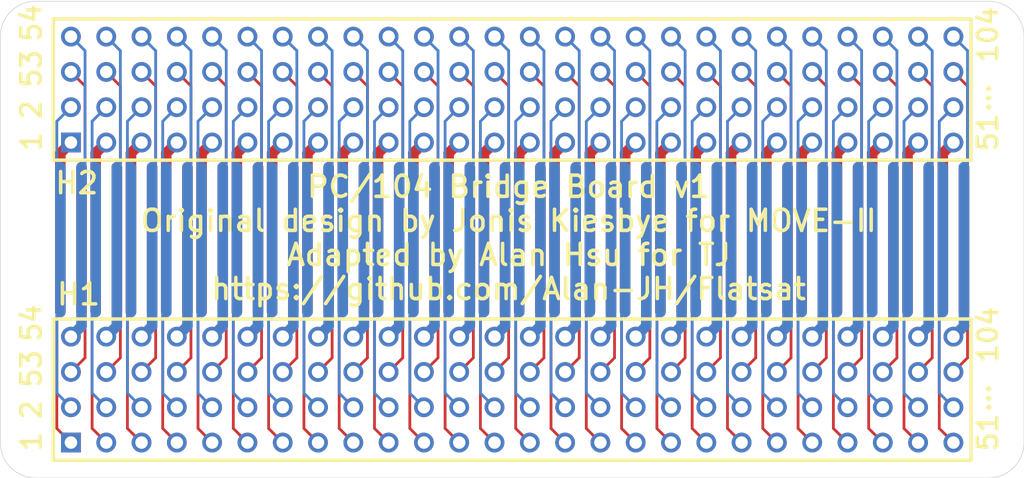
<source format=kicad_pcb>
(kicad_pcb (version 20211014) (generator pcbnew)
  (layers (0 "F.Cu" signal "Top Layer") (31 "B.Cu" signal "Bottom Layer") (34 "B.Paste" user "Bottom Paste") (35 "F.Paste" user "Top Paste") (36 "B.SilkS" user "Bottom Overlay") (37 "F.SilkS" user "Top Overlay") (38 "B.Mask" user "Bottom Solder") (39 "F.Mask" user "Top Solder") (44 "Edge.Cuts" user))
  (net 0 "")
  (net 1 "TRACE1")
  (net 2 "TRACE2")
  (net 3 "TRACE3")
  (net 4 "TRACE4")
  (net 5 "TRACE5")
  (net 6 "TRACE6")
  (net 7 "TRACE7")
  (net 8 "TRACE8")
  (net 9 "TRACE9")
  (net 10 "TRACE10")
  (net 11 "TRACE11")
  (net 12 "TRACE12")
  (net 13 "TRACE13")
  (net 14 "TRACE14")
  (net 15 "TRACE15")
  (net 16 "TRACE16")
  (net 17 "TRACE17")
  (net 18 "TRACE18")
  (net 19 "TRACE19")
  (net 20 "TRACE20")
  (net 21 "TRACE21")
  (net 22 "TRACE22")
  (net 23 "TRACE23")
  (net 24 "TRACE24")
  (net 25 "TRACE25")
  (net 26 "TRACE26")
  (net 27 "TRACE27")
  (net 28 "TRACE28")
  (net 29 "TRACE29")
  (net 30 "TRACE30")
  (net 31 "TRACE31")
  (net 32 "TRACE32")
  (net 33 "TRACE33")
  (net 34 "TRACE34")
  (net 35 "TRACE35")
  (net 36 "TRACE36")
  (net 37 "TRACE37")
  (net 38 "TRACE38")
  (net 39 "TRACE39")
  (net 40 "TRACE40")
  (net 41 "TRACE41")
  (net 42 "TRACE42")
  (net 43 "TRACE43")
  (net 44 "TRACE44")
  (net 45 "TRACE45")
  (net 46 "TRACE46")
  (net 47 "TRACE47")
  (net 48 "TRACE48")
  (net 49 "TRACE49")
  (net 50 "TRACE50")
  (net 51 "TRACE51")
  (net 52 "TRACE52")
  (net 53 "TRACE53")
  (net 54 "TRACE54")
  (net 55 "TRACE55")
  (net 56 "TRACE56")
  (net 57 "TRACE57")
  (net 58 "TRACE58")
  (net 59 "TRACE59")
  (net 60 "TRACE60")
  (net 61 "TRACE61")
  (net 62 "TRACE62")
  (net 63 "TRACE63")
  (net 64 "TRACE64")
  (net 65 "TRACE65")
  (net 66 "TRACE66")
  (net 67 "TRACE67")
  (net 68 "TRACE68")
  (net 69 "TRACE69")
  (net 70 "TRACE70")
  (net 71 "TRACE71")
  (net 72 "TRACE72")
  (net 73 "TRACE73")
  (net 74 "TRACE74")
  (net 75 "TRACE75")
  (net 76 "TRACE76")
  (net 77 "TRACE77")
  (net 78 "TRACE78")
  (net 79 "TRACE79")
  (net 80 "TRACE80")
  (net 81 "TRACE81")
  (net 82 "TRACE82")
  (net 83 "TRACE83")
  (net 84 "TRACE84")
  (net 85 "TRACE85")
  (net 86 "TRACE86")
  (net 87 "TRACE87")
  (net 88 "TRACE88")
  (net 89 "TRACE89")
  (net 90 "TRACE90")
  (net 91 "TRACE91")
  (net 92 "TRACE92")
  (net 93 "TRACE93")
  (net 94 "TRACE94")
  (net 95 "TRACE95")
  (net 96 "TRACE96")
  (net 97 "TRACE97")
  (net 98 "TRACE98")
  (net 99 "TRACE99")
  (net 100 "TRACE100")
  (net 101 "TRACE101")
  (net 102 "TRACE102")
  (net 103 "TRACE103")
  (net 104 "TRACE104")
  (footprint "PC104_singleHeader_footprint.PcbLib:PC104" (layer "F.Cu") (at 116.7511 98.0186)
    (fp_text reference "H2")
    (fp_text value "MOVE-II PC104" hide)
  )
  (footprint "PC104_singleHeader_footprint.PcbLib:PC104" (layer "F.Cu") (at 116.7511 119.6086)
    (fp_text reference "H1")
    (fp_text value "MOVE-II PC104" hide)
  )
  (gr_line (start 185.331097 90.398601) (end 185.3311 90.3986) (layer "Edge.Cuts") (width 0.05))
  (gr_line (start 116.7511 122.1486) (end 114.211097 122.1486) (layer "Edge.Cuts") (width 0.05))
  (gr_line (start 182.791103 122.1486) (end 119.2911 122.1486) (layer "Edge.Cuts") (width 0.05))
  (gr_line (start 185.3311 90.3986) (end 185.331098 119.608601) (layer "Edge.Cuts") (width 0.05))
  (gr_arc (start 185.331098 119.608601) (mid 184.587178 121.404678) (end 182.791102 122.1486) (layer "Edge.Cuts") (width 0.05))
  (gr_arc (start 114.211097 122.1486) (mid 112.415049 121.404651) (end 111.6711 119.608603) (layer "Edge.Cuts") (width 0.05))
  (gr_arc (start 182.791098 87.858603) (mid 184.587149 88.602551) (end 185.331097 90.398601) (layer "Edge.Cuts") (width 0.05))
  (gr_line (start 116.7511 87.8586) (end 149.7711 87.8586) (layer "Edge.Cuts") (width 0.05))
  (gr_line (start 111.6711 119.608603) (end 111.6711 119.6086) (layer "Edge.Cuts") (width 0.05))
  (gr_line (start 119.2911 122.1486) (end 116.7511 122.1486) (layer "Edge.Cuts") (width 0.05))
  (gr_line (start 111.6711 119.6086) (end 111.6711 90.398601) (layer "Edge.Cuts") (width 0.05))
  (gr_line (start 182.791102 122.1486) (end 182.791103 122.1486) (layer "Edge.Cuts") (width 0.05))
  (gr_line (start 149.7711 87.8586) (end 182.791098 87.858603) (layer "Edge.Cuts") (width 0.05))
  (gr_line (start 114.2111 87.8586) (end 116.7511 87.8586) (layer "Edge.Cuts") (width 0.05))
  (gr_line (start 114.211098 87.858603) (end 114.2111 87.8586) (layer "Edge.Cuts") (width 0.05))
  (gr_arc (start 111.6711 90.398601) (mid 112.415048 88.60255) (end 114.211098 87.858603) (layer "Edge.Cuts") (width 0.05))
  (gr_text "1" (at 114.7191 98.7806 90) (layer "F.SilkS") (effects (font (size 1.397 1.397) (thickness 0.254)) (justify left bottom)))
  (gr_text "2" (at 114.7191 118.0846 90) (layer "F.SilkS") (effects (font (size 1.397 1.397) (thickness 0.254)) (justify left bottom)))
  (gr_text "2" (at 114.7191 96.4946 90) (layer "F.SilkS") (effects (font (size 1.397 1.397) (thickness 0.254)) (justify left bottom)))
  (gr_text "51" (at 183.5531 120.3706 90) (layer "F.SilkS") (effects (font (size 1.397 1.397) (thickness 0.254)) (justify left bottom)))
  (gr_text "1" (at 114.7191 120.3706 90) (layer "F.SilkS") (effects (font (size 1.397 1.397) (thickness 0.254)) (justify left bottom)))
  (gr_text "104" (at 183.5531 92.4306 90) (layer "F.SilkS") (effects (font (size 1.397 1.397) (thickness 0.254)) (justify left bottom)))
  (gr_text "53" (at 114.7191 94.2086 90) (layer "F.SilkS") (effects (font (size 1.397 1.397) (thickness 0.254)) (justify left bottom)))
  (gr_text "51" (at 183.5531 98.7806 90) (layer "F.SilkS") (effects (font (size 1.397 1.397) (thickness 0.254)) (justify left bottom)))
  (gr_text "54" (at 114.7191 112.4966 90) (layer "F.SilkS") (effects (font (size 1.397 1.397) (thickness 0.254)) (justify left bottom)))
  (gr_text "..." (at 183.0451 95.9866 90) (layer "F.SilkS") (effects (font (size 1.397 1.397) (thickness 0.254)) (justify left bottom)))
  (gr_text "PC/104 Bridge Board v1\nOriginal design by Jonis Kiesbye for MOVE-II\nAdapted by Alan Hsu for TJ\nhttps://github.com/Alan-JH/Flatsat" (at 148.2471 104.8766) (layer "F.SilkS") (effects (font (size 1.524 1.524) (thickness 0.254))))
  (gr_text "104" (at 183.5531 114.0206 90) (layer "F.SilkS") (effects (font (size 1.397 1.397) (thickness 0.254)) (justify left bottom)))
  (gr_text "54" (at 114.7191 90.9066 90) (layer "F.SilkS") (effects (font (size 1.397 1.397) (thickness 0.254)) (justify left bottom)))
  (gr_text "53" (at 114.7191 115.7986 90) (layer "F.SilkS") (effects (font (size 1.397 1.397) (thickness 0.254)) (justify left bottom)))
  (gr_text "..." (at 183.0451 117.5766 90) (layer "F.SilkS") (effects (font (size 1.397 1.397) (thickness 0.254)) (justify left bottom)))
  (segment (start 115.9891 110.2106) (end 115.9891 98.7806) (width 0.762) (layer "F.Cu") (net 1))
  (segment (start 115.9891 98.7806) (end 116.7511 98.0186) (width 0.762) (layer "F.Cu") (net 1))
  (segment (start 115.7351 110.4646) (end 115.9891 110.2106) (width 0.2) (layer "F.Cu") (net 1))
  (segment (start 115.7351 118.5926) (end 116.7511 119.6086) (width 0.2) (layer "F.Cu") (net 1))
  (segment (start 115.7351 118.5926) (end 115.7351 110.4646) (width 0.2) (layer "F.Cu") (net 1))
  (segment (start 118.2751 110.4646) (end 118.5291 110.2106) (width 0.2) (layer "F.Cu") (net 2))
  (segment (start 118.5291 110.2106) (end 118.5291 98.7806) (width 0.762) (layer "F.Cu") (net 2))
  (segment (start 118.2751 118.5926) (end 119.2911 119.6086) (width 0.2) (layer "F.Cu") (net 2))
  (segment (start 118.5291 98.7806) (end 119.2911 98.0186) (width 0.762) (layer "F.Cu") (net 2))
  (segment (start 118.2751 118.5926) (end 118.2751 110.4646) (width 0.2) (layer "F.Cu") (net 2))
  (segment (start 120.8151 118.5926) (end 120.8151 110.4646) (width 0.2) (layer "F.Cu") (net 3))
  (segment (start 121.0691 98.7806) (end 121.8311 98.0186) (width 0.762) (layer "F.Cu") (net 3))
  (segment (start 120.8151 118.5926) (end 121.8311 119.6086) (width 0.2) (layer "F.Cu") (net 3))
  (segment (start 121.0691 110.2106) (end 121.0691 98.7806) (width 0.762) (layer "F.Cu") (net 3))
  (segment (start 120.8151 110.4646) (end 121.0691 110.2106) (width 0.2) (layer "F.Cu") (net 3))
  (segment (start 123.3551 118.5926) (end 123.3551 110.4646) (width 0.2) (layer "F.Cu") (net 4))
  (segment (start 123.6091 110.2106) (end 123.6091 98.7806) (width 0.762) (layer "F.Cu") (net 4))
  (segment (start 123.3551 118.5926) (end 124.3711 119.6086) (width 0.2) (layer "F.Cu") (net 4))
  (segment (start 123.6091 98.7806) (end 124.3711 98.0186) (width 0.762) (layer "F.Cu") (net 4))
  (segment (start 123.3551 110.4646) (end 123.6091 110.2106) (width 0.2) (layer "F.Cu") (net 4))
  (segment (start 126.1491 98.7806) (end 126.9111 98.0186) (width 0.762) (layer "F.Cu") (net 5))
  (segment (start 125.8951 110.4646) (end 126.1491 110.2106) (width 0.2) (layer "F.Cu") (net 5))
  (segment (start 125.8951 118.5926) (end 125.8951 110.4646) (width 0.2) (layer "F.Cu") (net 5))
  (segment (start 126.1491 110.2106) (end 126.1491 98.7806) (width 0.762) (layer "F.Cu") (net 5))
  (segment (start 125.8951 118.5926) (end 126.9111 119.6086) (width 0.2) (layer "F.Cu") (net 5))
  (segment (start 128.4351 110.4646) (end 128.6891 110.2106) (width 0.2) (layer "F.Cu") (net 6))
  (segment (start 128.6891 110.2106) (end 128.6891 98.7806) (width 0.762) (layer "F.Cu") (net 6))
  (segment (start 128.4351 118.5926) (end 128.4351 110.4646) (width 0.2) (layer "F.Cu") (net 6))
  (segment (start 128.4351 118.5926) (end 129.4511 119.6086) (width 0.2) (layer "F.Cu") (net 6))
  (segment (start 128.6891 98.7806) (end 129.4511 98.0186) (width 0.762) (layer "F.Cu") (net 6))
  (segment (start 130.9751 118.5926) (end 130.9751 110.4646) (width 0.2) (layer "F.Cu") (net 7))
  (segment (start 130.9751 110.4646) (end 131.2291 110.2106) (width 0.2) (layer "F.Cu") (net 7))
  (segment (start 130.9751 118.5926) (end 131.9911 119.6086) (width 0.2) (layer "F.Cu") (net 7))
  (segment (start 131.2291 98.7806) (end 131.9911 98.0186) (width 0.762) (layer "F.Cu") (net 7))
  (segment (start 131.2291 110.2106) (end 131.2291 98.7806) (width 0.762) (layer "F.Cu") (net 7))
  (segment (start 133.7691 98.7806) (end 134.5311 98.0186) (width 0.762) (layer "F.Cu") (net 8))
  (segment (start 133.5151 110.4646) (end 133.7691 110.2106) (width 0.2) (layer "F.Cu") (net 8))
  (segment (start 133.5151 118.5926) (end 133.5151 110.4646) (width 0.2) (layer "F.Cu") (net 8))
  (segment (start 133.5151 118.5926) (end 134.5311 119.6086) (width 0.2) (layer "F.Cu") (net 8))
  (segment (start 133.7691 110.2106) (end 133.7691 98.7806) (width 0.762) (layer "F.Cu") (net 8))
  (segment (start 136.0551 118.5926) (end 136.0551 110.4646) (width 0.2) (layer "F.Cu") (net 9))
  (segment (start 136.3091 110.2106) (end 136.3091 98.7806) (width 0.762) (layer "F.Cu") (net 9))
  (segment (start 136.0551 110.4646) (end 136.3091 110.2106) (width 0.2) (layer "F.Cu") (net 9))
  (segment (start 136.3091 98.7806) (end 137.0711 98.0186) (width 0.762) (layer "F.Cu") (net 9))
  (segment (start 136.0551 118.5926) (end 137.0711 119.6086) (width 0.2) (layer "F.Cu") (net 9))
  (segment (start 138.8491 110.2106) (end 138.8491 98.7806) (width 0.762) (layer "F.Cu") (net 10))
  (segment (start 138.5951 118.5926) (end 138.5951 110.4646) (width 0.2) (layer "F.Cu") (net 10))
  (segment (start 138.5951 110.4646) (end 138.8491 110.2106) (width 0.2) (layer "F.Cu") (net 10))
  (segment (start 138.8491 98.7806) (end 139.6111 98.0186) (width 0.762) (layer "F.Cu") (net 10))
  (segment (start 138.5951 118.5926) (end 139.6111 119.6086) (width 0.2) (layer "F.Cu") (net 10))
  (segment (start 141.1351 118.5926) (end 141.1351 110.4646) (width 0.2) (layer "F.Cu") (net 11))
  (segment (start 141.3891 98.7806) (end 142.1511 98.0186) (width 0.762) (layer "F.Cu") (net 11))
  (segment (start 141.1351 110.4646) (end 141.3891 110.2106) (width 0.2) (layer "F.Cu") (net 11))
  (segment (start 141.3891 110.2106) (end 141.3891 98.7806) (width 0.762) (layer "F.Cu") (net 11))
  (segment (start 141.1351 118.5926) (end 142.1511 119.6086) (width 0.2) (layer "F.Cu") (net 11))
  (segment (start 143.9291 110.2106) (end 143.9291 98.7806) (width 0.762) (layer "F.Cu") (net 12))
  (segment (start 143.6751 118.5926) (end 144.6911 119.6086) (width 0.2) (layer "F.Cu") (net 12))
  (segment (start 143.6751 110.4646) (end 143.9291 110.2106) (width 0.2) (layer "F.Cu") (net 12))
  (segment (start 143.6751 118.5926) (end 143.6751 110.4646) (width 0.2) (layer "F.Cu") (net 12))
  (segment (start 143.9291 98.7806) (end 144.6911 98.0186) (width 0.762) (layer "F.Cu") (net 12))
  (segment (start 146.2151 118.5926) (end 147.2311 119.6086) (width 0.2) (layer "F.Cu") (net 13))
  (segment (start 146.2151 110.4646) (end 146.4691 110.2106) (width 0.2) (layer "F.Cu") (net 13))
  (segment (start 146.2151 118.5926) (end 146.2151 110.4646) (width 0.2) (layer "F.Cu") (net 13))
  (segment (start 146.4691 110.2106) (end 146.4691 98.7806) (width 0.762) (layer "F.Cu") (net 13))
  (segment (start 146.4691 98.7806) (end 147.2311 98.0186) (width 0.762) (layer "F.Cu") (net 13))
  (segment (start 148.7551 118.5926) (end 148.7551 110.4646) (width 0.2) (layer "F.Cu") (net 14))
  (segment (start 149.0091 110.2106) (end 149.0091 98.7806) (width 0.762) (layer "F.Cu") (net 14))
  (segment (start 149.0091 98.7806) (end 149.7711 98.0186) (width 0.762) (layer "F.Cu") (net 14))
  (segment (start 148.7551 110.4646) (end 149.0091 110.2106) (width 0.2) (layer "F.Cu") (net 14))
  (segment (start 148.7551 118.5926) (end 149.7711 119.6086) (width 0.2) (layer "F.Cu") (net 14))
  (segment (start 151.2951 118.5926) (end 151.2951 110.4646) (width 0.2) (layer "F.Cu") (net 15))
  (segment (start 151.5491 110.2106) (end 151.5491 98.7806) (width 0.762) (layer "F.Cu") (net 15))
  (segment (start 151.2951 110.4646) (end 151.5491 110.2106) (width 0.2) (layer "F.Cu") (net 15))
  (segment (start 151.2951 118.5926) (end 152.3111 119.6086) (width 0.2) (layer "F.Cu") (net 15))
  (segment (start 151.5491 98.7806) (end 152.3111 98.0186) (width 0.762) (layer "F.Cu") (net 15))
  (segment (start 153.8351 118.5926) (end 154.8511 119.6086) (width 0.2) (layer "F.Cu") (net 16))
  (segment (start 154.0891 110.2106) (end 154.0891 98.7806) (width 0.762) (layer "F.Cu") (net 16))
  (segment (start 153.8351 118.5926) (end 153.8351 110.4646) (width 0.2) (layer "F.Cu") (net 16))
  (segment (start 153.8351 110.4646) (end 154.0891 110.2106) (width 0.2) (layer "F.Cu") (net 16))
  (segment (start 154.0891 98.7806) (end 154.8511 98.0186) (width 0.762) (layer "F.Cu") (net 16))
  (segment (start 156.3751 118.5926) (end 156.3751 110.4646) (width 0.2) (layer "F.Cu") (net 17))
  (segment (start 156.6291 110.2106) (end 156.6291 98.7806) (width 0.762) (layer "F.Cu") (net 17))
  (segment (start 156.6291 98.7806) (end 157.3911 98.0186) (width 0.762) (layer "F.Cu") (net 17))
  (segment (start 156.3751 110.4646) (end 156.6291 110.2106) (width 0.2) (layer "F.Cu") (net 17))
  (segment (start 156.3751 118.5926) (end 157.3911 119.6086) (width 0.2) (layer "F.Cu") (net 17))
  (segment (start 159.1691 98.7806) (end 159.9311 98.0186) (width 0.762) (layer "F.Cu") (net 18))
  (segment (start 158.9151 110.4646) (end 159.1691 110.2106) (width 0.2) (layer "F.Cu") (net 18))
  (segment (start 159.1691 110.2106) (end 159.1691 98.7806) (width 0.762) (layer "F.Cu") (net 18))
  (segment (start 158.9151 118.5926) (end 159.9311 119.6086) (width 0.2) (layer "F.Cu") (net 18))
  (segment (start 158.9151 118.5926) (end 158.9151 110.4646) (width 0.2) (layer "F.Cu") (net 18))
  (segment (start 161.7091 110.2106) (end 161.7091 98.7806) (width 0.762) (layer "F.Cu") (net 19))
  (segment (start 161.4551 118.5926) (end 161.4551 110.4646) (width 0.2) (layer "F.Cu") (net 19))
  (segment (start 161.4551 118.5926) (end 162.4711 119.6086) (width 0.2) (layer "F.Cu") (net 19))
  (segment (start 161.4551 110.4646) (end 161.7091 110.2106) (width 0.2) (layer "F.Cu") (net 19))
  (segment (start 161.7091 98.7806) (end 162.4711 98.0186) (width 0.762) (layer "F.Cu") (net 19))
  (segment (start 164.2491 98.7806) (end 165.0111 98.0186) (width 0.762) (layer "F.Cu") (net 20))
  (segment (start 164.2491 110.2106) (end 164.2491 98.7806) (width 0.762) (layer "F.Cu") (net 20))
  (segment (start 163.9951 118.5926) (end 163.9951 110.4646) (width 0.2) (layer "F.Cu") (net 20))
  (segment (start 163.9951 118.5926) (end 165.0111 119.6086) (width 0.2) (layer "F.Cu") (net 20))
  (segment (start 163.9951 110.4646) (end 164.2491 110.2106) (width 0.2) (layer "F.Cu") (net 20))
  (segment (start 166.7891 98.7806) (end 167.5511 98.0186) (width 0.762) (layer "F.Cu") (net 21))
  (segment (start 166.5351 118.5926) (end 166.5351 110.4646) (width 0.2) (layer "F.Cu") (net 21))
  (segment (start 166.5351 110.4646) (end 166.7891 110.2106) (width 0.2) (layer "F.Cu") (net 21))
  (segment (start 166.7891 110.2106) (end 166.7891 98.7806) (width 0.762) (layer "F.Cu") (net 21))
  (segment (start 166.5351 118.5926) (end 167.5511 119.6086) (width 0.2) (layer "F.Cu") (net 21))
  (segment (start 169.3291 110.2106) (end 169.3291 98.7806) (width 0.762) (layer "F.Cu") (net 22))
  (segment (start 169.0751 110.4646) (end 169.3291 110.2106) (width 0.2) (layer "F.Cu") (net 22))
  (segment (start 169.0751 118.5926) (end 170.0911 119.6086) (width 0.2) (layer "F.Cu") (net 22))
  (segment (start 169.3291 98.7806) (end 170.0911 98.0186) (width 0.762) (layer "F.Cu") (net 22))
  (segment (start 169.0751 118.5926) (end 169.0751 110.4646) (width 0.2) (layer "F.Cu") (net 22))
  (segment (start 171.6151 110.4646) (end 171.8691 110.2106) (width 0.2) (layer "F.Cu") (net 23))
  (segment (start 171.6151 118.5926) (end 172.6311 119.6086) (width 0.2) (layer "F.Cu") (net 23))
  (segment (start 171.8691 110.2106) (end 171.8691 98.7806) (width 0.762) (layer "F.Cu") (net 23))
  (segment (start 171.6151 118.5926) (end 171.6151 110.4646) (width 0.2) (layer "F.Cu") (net 23))
  (segment (start 171.8691 98.7806) (end 172.6311 98.0186) (width 0.762) (layer "F.Cu") (net 23))
  (segment (start 174.4091 110.2106) (end 174.4091 98.7806) (width 0.762) (layer "F.Cu") (net 24))
  (segment (start 174.1551 118.5926) (end 175.1711 119.6086) (width 0.2) (layer "F.Cu") (net 24))
  (segment (start 174.4091 98.7806) (end 175.1711 98.0186) (width 0.762) (layer "F.Cu") (net 24))
  (segment (start 174.1551 118.5926) (end 174.1551 110.4646) (width 0.2) (layer "F.Cu") (net 24))
  (segment (start 174.1551 110.4646) (end 174.4091 110.2106) (width 0.2) (layer "F.Cu") (net 24))
  (segment (start 176.6951 118.5926) (end 176.6951 110.4646) (width 0.2) (layer "F.Cu") (net 25))
  (segment (start 176.6951 118.5926) (end 177.7111 119.6086) (width 0.2) (layer "F.Cu") (net 25))
  (segment (start 176.9491 110.2106) (end 176.9491 98.7806) (width 0.762) (layer "F.Cu") (net 25))
  (segment (start 176.9491 98.7806) (end 177.7111 98.0186) (width 0.762) (layer "F.Cu") (net 25))
  (segment (start 176.6951 110.4646) (end 176.9491 110.2106) (width 0.2) (layer "F.Cu") (net 25))
  (segment (start 179.4891 98.7806) (end 180.2511 98.0186) (width 0.762) (layer "F.Cu") (net 26))
  (segment (start 179.2351 118.5926) (end 179.2351 110.4646) (width 0.2) (layer "F.Cu") (net 26))
  (segment (start 179.2351 118.5926) (end 180.2511 119.6086) (width 0.2) (layer "F.Cu") (net 26))
  (segment (start 179.4891 110.2106) (end 179.4891 98.7806) (width 0.762) (layer "F.Cu") (net 26))
  (segment (start 179.2351 110.4646) (end 179.4891 110.2106) (width 0.2) (layer "F.Cu") (net 26))
  (segment (start 115.9891 110.2106) (end 115.9891 99.7966) (width 0.762) (layer "B.Cu") (net 27))
  (segment (start 115.7351 116.0526) (end 116.7511 117.0686) (width 0.2) (layer "B.Cu") (net 27))
  (segment (start 115.7351 116.0526) (end 115.7351 110.4646) (width 0.2) (layer "B.Cu") (net 27))
  (segment (start 115.7351 96.4946) (end 116.7511 95.4786) (width 0.2) (layer "B.Cu") (net 27))
  (segment (start 115.7351 99.5426) (end 115.9891 99.7966) (width 0.2) (layer "B.Cu") (net 27))
  (segment (start 115.7351 99.5426) (end 115.7351 96.4946) (width 0.2) (layer "B.Cu") (net 27))
  (segment (start 115.7351 110.4646) (end 115.9891 110.2106) (width 0.2) (layer "B.Cu") (net 27))
  (segment (start 118.2751 99.5426) (end 118.2751 96.4946) (width 0.2) (layer "B.Cu") (net 28))
  (segment (start 118.2751 116.0526) (end 119.2911 117.0686) (width 0.2) (layer "B.Cu") (net 28))
  (segment (start 118.2751 116.0526) (end 118.2751 110.4646) (width 0.2) (layer "B.Cu") (net 28))
  (segment (start 118.2751 96.4946) (end 119.2911 95.4786) (width 0.2) (layer "B.Cu") (net 28))
  (segment (start 118.5291 110.2106) (end 118.5291 99.7966) (width 0.762) (layer "B.Cu") (net 28))
  (segment (start 118.2751 110.4646) (end 118.5291 110.2106) (width 0.2) (layer "B.Cu") (net 28))
  (segment (start 118.2751 99.5426) (end 118.5291 99.7966) (width 0.2) (layer "B.Cu") (net 28))
  (segment (start 120.8151 110.4646) (end 121.0691 110.2106) (width 0.2) (layer "B.Cu") (net 29))
  (segment (start 120.8151 99.5426) (end 120.8151 96.4946) (width 0.2) (layer "B.Cu") (net 29))
  (segment (start 120.8151 99.5426) (end 121.0691 99.7966) (width 0.2) (layer "B.Cu") (net 29))
  (segment (start 121.0691 110.2106) (end 121.0691 99.7966) (width 0.762) (layer "B.Cu") (net 29))
  (segment (start 120.8151 116.0526) (end 120.8151 110.4646) (width 0.2) (layer "B.Cu") (net 29))
  (segment (start 120.8151 96.4946) (end 121.8311 95.4786) (width 0.2) (layer "B.Cu") (net 29))
  (segment (start 120.8151 116.0526) (end 121.8311 117.0686) (width 0.2) (layer "B.Cu") (net 29))
  (segment (start 123.3551 99.5426) (end 123.3551 96.4946) (width 0.2) (layer "B.Cu") (net 30))
  (segment (start 123.3551 116.0526) (end 124.3711 117.0686) (width 0.2) (layer "B.Cu") (net 30))
  (segment (start 123.3551 96.4946) (end 124.3711 95.4786) (width 0.2) (layer "B.Cu") (net 30))
  (segment (start 123.6091 110.2106) (end 123.6091 99.7966) (width 0.762) (layer "B.Cu") (net 30))
  (segment (start 123.3551 99.5426) (end 123.6091 99.7966) (width 0.2) (layer "B.Cu") (net 30))
  (segment (start 123.3551 110.4646) (end 123.6091 110.2106) (width 0.2) (layer "B.Cu") (net 30))
  (segment (start 123.3551 116.0526) (end 123.3551 110.4646) (width 0.2) (layer "B.Cu") (net 30))
  (segment (start 125.8951 99.5426) (end 126.1491 99.7966) (width 0.2) (layer "B.Cu") (net 31))
  (segment (start 125.8951 116.0526) (end 126.9111 117.0686) (width 0.2) (layer "B.Cu") (net 31))
  (segment (start 125.8951 110.4646) (end 126.1491 110.2106) (width 0.2) (layer "B.Cu") (net 31))
  (segment (start 125.8951 116.0526) (end 125.8951 110.4646) (width 0.2) (layer "B.Cu") (net 31))
  (segment (start 125.8951 99.5426) (end 125.8951 96.4946) (width 0.2) (layer "B.Cu") (net 31))
  (segment (start 126.1491 110.2106) (end 126.1491 99.7966) (width 0.762) (layer "B.Cu") (net 31))
  (segment (start 125.8951 96.4946) (end 126.9111 95.4786) (width 0.2) (layer "B.Cu") (net 31))
  (segment (start 128.4351 99.5426) (end 128.4351 96.4946) (width 0.2) (layer "B.Cu") (net 32))
  (segment (start 128.4351 116.0526) (end 128.4351 110.4646) (width 0.2) (layer "B.Cu") (net 32))
  (segment (start 128.4351 99.5426) (end 128.6891 99.7966) (width 0.2) (layer "B.Cu") (net 32))
  (segment (start 128.4351 96.4946) (end 129.4511 95.4786) (width 0.2) (layer "B.Cu") (net 32))
  (segment (start 128.4351 110.4646) (end 128.6891 110.2106) (width 0.2) (layer "B.Cu") (net 32))
  (segment (start 128.6891 110.2106) (end 128.6891 99.7966) (width 0.762) (layer "B.Cu") (net 32))
  (segment (start 128.4351 116.0526) (end 129.4511 117.0686) (width 0.2) (layer "B.Cu") (net 32))
  (segment (start 130.9751 116.0526) (end 131.9911 117.0686) (width 0.2) (layer "B.Cu") (net 33))
  (segment (start 130.9751 116.0526) (end 130.9751 110.4646) (width 0.2) (layer "B.Cu") (net 33))
  (segment (start 130.9751 96.4946) (end 131.9911 95.4786) (width 0.2) (layer "B.Cu") (net 33))
  (segment (start 131.2291 110.2106) (end 131.2291 99.7966) (width 0.762) (layer "B.Cu") (net 33))
  (segment (start 130.9751 99.5426) (end 131.2291 99.7966) (width 0.2) (layer "B.Cu") (net 33))
  (segment (start 130.9751 110.4646) (end 131.2291 110.2106) (width 0.2) (layer "B.Cu") (net 33))
  (segment (start 130.9751 99.5426) (end 130.9751 96.4946) (width 0.2) (layer "B.Cu") (net 33))
  (segment (start 133.5151 99.5426) (end 133.7691 99.7966) (width 0.2) (layer "B.Cu") (net 34))
  (segment (start 133.5151 110.4646) (end 133.7691 110.2106) (width 0.2) (layer "B.Cu") (net 34))
  (segment (start 133.7691 110.2106) (end 133.7691 99.7966) (width 0.762) (layer "B.Cu") (net 34))
  (segment (start 133.5151 116.0526) (end 134.5311 117.0686) (width 0.2) (layer "B.Cu") (net 34))
  (segment (start 133.5151 116.0526) (end 133.5151 110.4646) (width 0.2) (layer "B.Cu") (net 34))
  (segment (start 133.5151 99.5426) (end 133.5151 96.4946) (width 0.2) (layer "B.Cu") (net 34))
  (segment (start 133.5151 96.4946) (end 134.5311 95.4786) (width 0.2) (layer "B.Cu") (net 34))
  (segment (start 136.0551 99.5426) (end 136.3091 99.7966) (width 0.2) (layer "B.Cu") (net 35))
  (segment (start 136.0551 116.0526) (end 137.0711 117.0686) (width 0.2) (layer "B.Cu") (net 35))
  (segment (start 136.0551 110.4646) (end 136.3091 110.2106) (width 0.2) (layer "B.Cu") (net 35))
  (segment (start 136.0551 96.4946) (end 137.0711 95.4786) (width 0.2) (layer "B.Cu") (net 35))
  (segment (start 136.0551 116.0526) (end 136.0551 110.4646) (width 0.2) (layer "B.Cu") (net 35))
  (segment (start 136.3091 110.2106) (end 136.3091 99.7966) (width 0.762) (layer "B.Cu") (net 35))
  (segment (start 136.0551 99.5426) (end 136.0551 96.4946) (width 0.2) (layer "B.Cu") (net 35))
  (segment (start 138.5951 116.0526) (end 138.5951 110.4646) (width 0.2) (layer "B.Cu") (net 36))
  (segment (start 138.5951 96.4946) (end 139.6111 95.4786) (width 0.2) (layer "B.Cu") (net 36))
  (segment (start 138.5951 116.0526) (end 139.6111 117.0686) (width 0.2) (layer "B.Cu") (net 36))
  (segment (start 138.5951 99.5426) (end 138.8491 99.7966) (width 0.2) (layer "B.Cu") (net 36))
  (segment (start 138.5951 110.4646) (end 138.8491 110.2106) (width 0.2) (layer "B.Cu") (net 36))
  (segment (start 138.5951 99.5426) (end 138.5951 96.4946) (width 0.2) (layer "B.Cu") (net 36))
  (segment (start 138.8491 110.2106) (end 138.8491 99.7966) (width 0.762) (layer "B.Cu") (net 36))
  (segment (start 141.1351 116.0526) (end 142.1511 117.0686) (width 0.2) (layer "B.Cu") (net 37))
  (segment (start 141.3891 110.2106) (end 141.3891 99.7966) (width 0.762) (layer "B.Cu") (net 37))
  (segment (start 141.1351 116.0526) (end 141.1351 110.4646) (width 0.2) (layer "B.Cu") (net 37))
  (segment (start 141.1351 96.4946) (end 142.1511 95.4786) (width 0.2) (layer "B.Cu") (net 37))
  (segment (start 141.1351 99.5426) (end 141.1351 96.4946) (width 0.2) (layer "B.Cu") (net 37))
  (segment (start 141.1351 99.5426) (end 141.3891 99.7966) (width 0.2) (layer "B.Cu") (net 37))
  (segment (start 141.1351 110.4646) (end 141.3891 110.2106) (width 0.2) (layer "B.Cu") (net 37))
  (segment (start 143.6751 116.0526) (end 143.6751 110.4646) (width 0.2) (layer "B.Cu") (net 38))
  (segment (start 143.9291 110.2106) (end 143.9291 99.7966) (width 0.762) (layer "B.Cu") (net 38))
  (segment (start 143.6751 96.4946) (end 144.6911 95.4786) (width 0.2) (layer "B.Cu") (net 38))
  (segment (start 143.6751 99.5426) (end 143.6751 96.4946) (width 0.2) (layer "B.Cu") (net 38))
  (segment (start 143.6751 116.0526) (end 144.6911 117.0686) (width 0.2) (layer "B.Cu") (net 38))
  (segment (start 143.6751 99.5426) (end 143.9291 99.7966) (width 0.2) (layer "B.Cu") (net 38))
  (segment (start 143.6751 110.4646) (end 143.9291 110.2106) (width 0.2) (layer "B.Cu") (net 38))
  (segment (start 146.2151 110.4646) (end 146.4691 110.2106) (width 0.2) (layer "B.Cu") (net 39))
  (segment (start 146.4691 110.2106) (end 146.4691 99.7966) (width 0.762) (layer "B.Cu") (net 39))
  (segment (start 146.2151 116.0526) (end 146.2151 110.4646) (width 0.2) (layer "B.Cu") (net 39))
  (segment (start 146.2151 116.0526) (end 147.2311 117.0686) (width 0.2) (layer "B.Cu") (net 39))
  (segment (start 146.2151 96.4946) (end 147.2311 95.4786) (width 0.2) (layer "B.Cu") (net 39))
  (segment (start 146.2151 99.5426) (end 146.4691 99.7966) (width 0.2) (layer "B.Cu") (net 39))
  (segment (start 146.2151 99.5426) (end 146.2151 96.4946) (width 0.2) (layer "B.Cu") (net 39))
  (segment (start 148.7551 96.4946) (end 149.7711 95.4786) (width 0.2) (layer "B.Cu") (net 40))
  (segment (start 149.0091 110.2106) (end 149.0091 99.7966) (width 0.762) (layer "B.Cu") (net 40))
  (segment (start 148.7551 116.0526) (end 148.7551 110.4646) (width 0.2) (layer "B.Cu") (net 40))
  (segment (start 148.7551 110.4646) (end 149.0091 110.2106) (width 0.2) (layer "B.Cu") (net 40))
  (segment (start 148.7551 99.5426) (end 149.0091 99.7966) (width 0.2) (layer "B.Cu") (net 40))
  (segment (start 148.7551 99.5426) (end 148.7551 96.4946) (width 0.2) (layer "B.Cu") (net 40))
  (segment (start 148.7551 116.0526) (end 149.7711 117.0686) (width 0.2) (layer "B.Cu") (net 40))
  (segment (start 151.2951 96.4946) (end 152.3111 95.4786) (width 0.2) (layer "B.Cu") (net 41))
  (segment (start 151.2951 99.5426) (end 151.2951 96.4946) (width 0.2) (layer "B.Cu") (net 41))
  (segment (start 151.2951 110.4646) (end 151.5491 110.2106) (width 0.2) (layer "B.Cu") (net 41))
  (segment (start 151.2951 116.0526) (end 151.2951 110.4646) (width 0.2) (layer "B.Cu") (net 41))
  (segment (start 151.5491 110.2106) (end 151.5491 99.7966) (width 0.762) (layer "B.Cu") (net 41))
  (segment (start 151.2951 99.5426) (end 151.5491 99.7966) (width 0.2) (layer "B.Cu") (net 41))
  (segment (start 151.2951 116.0526) (end 152.3111 117.0686) (width 0.2) (layer "B.Cu") (net 41))
  (segment (start 153.8351 116.0526) (end 154.8511 117.0686) (width 0.2) (layer "B.Cu") (net 42))
  (segment (start 153.8351 116.0526) (end 153.8351 110.4646) (width 0.2) (layer "B.Cu") (net 42))
  (segment (start 154.0891 110.2106) (end 154.0891 99.7966) (width 0.762) (layer "B.Cu") (net 42))
  (segment (start 153.8351 99.5426) (end 154.0891 99.7966) (width 0.2) (layer "B.Cu") (net 42))
  (segment (start 153.8351 99.5426) (end 153.8351 96.4946) (width 0.2) (layer "B.Cu") (net 42))
  (segment (start 153.8351 96.4946) (end 154.8511 95.4786) (width 0.2) (layer "B.Cu") (net 42))
  (segment (start 153.8351 110.4646) (end 154.0891 110.2106) (width 0.2) (layer "B.Cu") (net 42))
  (segment (start 156.3751 116.0526) (end 157.3911 117.0686) (width 0.2) (layer "B.Cu") (net 43))
  (segment (start 156.3751 116.0526) (end 156.3751 110.4646) (width 0.2) (layer "B.Cu") (net 43))
  (segment (start 156.6291 110.2106) (end 156.6291 99.7966) (width 0.762) (layer "B.Cu") (net 43))
  (segment (start 156.3751 96.4946) (end 157.3911 95.4786) (width 0.2) (layer "B.Cu") (net 43))
  (segment (start 156.3751 110.4646) (end 156.6291 110.2106) (width 0.2) (layer "B.Cu") (net 43))
  (segment (start 156.3751 99.5426) (end 156.3751 96.4946) (width 0.2) (layer "B.Cu") (net 43))
  (segment (start 156.3751 99.5426) (end 156.6291 99.7966) (width 0.2) (layer "B.Cu") (net 43))
  (segment (start 158.9151 99.5426) (end 158.9151 96.4946) (width 0.2) (layer "B.Cu") (net 44))
  (segment (start 158.9151 116.0526) (end 159.9311 117.0686) (width 0.2) (layer "B.Cu") (net 44))
  (segment (start 158.9151 110.4646) (end 159.1691 110.2106) (width 0.2) (layer "B.Cu") (net 44))
  (segment (start 158.9151 96.4946) (end 159.9311 95.4786) (width 0.2) (layer "B.Cu") (net 44))
  (segment (start 158.9151 99.5426) (end 159.1691 99.7966) (width 0.2) (layer "B.Cu") (net 44))
  (segment (start 159.1691 110.2106) (end 159.1691 99.7966) (width 0.762) (layer "B.Cu") (net 44))
  (segment (start 158.9151 116.0526) (end 158.9151 110.4646) (width 0.2) (layer "B.Cu") (net 44))
  (segment (start 161.4551 110.4646) (end 161.7091 110.2106) (width 0.2) (layer "B.Cu") (net 45))
  (segment (start 161.7091 110.2106) (end 161.7091 99.7966) (width 0.762) (layer "B.Cu") (net 45))
  (segment (start 161.4551 99.5426) (end 161.7091 99.7966) (width 0.2) (layer "B.Cu") (net 45))
  (segment (start 161.4551 99.5426) (end 161.4551 96.4946) (width 0.2) (layer "B.Cu") (net 45))
  (segment (start 161.4551 116.0526) (end 161.4551 110.4646) (width 0.2) (layer "B.Cu") (net 45))
  (segment (start 161.4551 116.0526) (end 162.4711 117.0686) (width 0.2) (layer "B.Cu") (net 45))
  (segment (start 161.4551 96.4946) (end 162.4711 95.4786) (width 0.2) (layer "B.Cu") (net 45))
  (segment (start 163.9951 99.5426) (end 164.2491 99.7966) (width 0.2) (layer "B.Cu") (net 46))
  (segment (start 163.9951 99.5426) (end 163.9951 96.4946) (width 0.2) (layer "B.Cu") (net 46))
  (segment (start 163.9951 96.4946) (end 165.0111 95.4786) (width 0.2) (layer "B.Cu") (net 46))
  (segment (start 163.9951 116.0526) (end 165.0111 117.0686) (width 0.2) (layer "B.Cu") (net 46))
  (segment (start 164.2491 110.2106) (end 164.2491 99.7966) (width 0.762) (layer "B.Cu") (net 46))
  (segment (start 163.9951 116.0526) (end 163.9951 110.4646) (width 0.2) (layer "B.Cu") (net 46))
  (segment (start 163.9951 110.4646) (end 164.2491 110.2106) (width 0.2) (layer "B.Cu") (net 46))
  (segment (start 166.5351 99.5426) (end 166.7891 99.7966) (width 0.2) (layer "B.Cu") (net 47))
  (segment (start 166.5351 110.4646) (end 166.7891 110.2106) (width 0.2) (layer "B.Cu") (net 47))
  (segment (start 166.5351 116.0526) (end 166.5351 110.4646) (width 0.2) (layer "B.Cu") (net 47))
  (segment (start 166.5351 96.4946) (end 167.5511 95.4786) (width 0.2) (layer "B.Cu") (net 47))
  (segment (start 166.5351 116.0526) (end 167.5511 117.0686) (width 0.2) (layer "B.Cu") (net 47))
  (segment (start 166.7891 110.2106) (end 166.7891 99.7966) (width 0.762) (layer "B.Cu") (net 47))
  (segment (start 166.5351 99.5426) (end 166.5351 96.4946) (width 0.2) (layer "B.Cu") (net 47))
  (segment (start 169.0751 99.5426) (end 169.3291 99.7966) (width 0.2) (layer "B.Cu") (net 48))
  (segment (start 169.0751 110.4646) (end 169.3291 110.2106) (width 0.2) (layer "B.Cu") (net 48))
  (segment (start 169.3291 110.2106) (end 169.3291 99.7966) (width 0.762) (layer "B.Cu") (net 48))
  (segment (start 169.0751 116.0526) (end 169.0751 110.4646) (width 0.2) (layer "B.Cu") (net 48))
  (segment (start 169.0751 116.0526) (end 170.0911 117.0686) (width 0.2) (layer "B.Cu") (net 48))
  (segment (start 169.0751 96.4946) (end 170.0911 95.4786) (width 0.2) (layer "B.Cu") (net 48))
  (segment (start 169.0751 99.5426) (end 169.0751 96.4946) (width 0.2) (layer "B.Cu") (net 48))
  (segment (start 171.6151 116.0526) (end 171.6151 110.4646) (width 0.2) (layer "B.Cu") (net 49))
  (segment (start 171.6151 99.5426) (end 171.8691 99.7966) (width 0.2) (layer "B.Cu") (net 49))
  (segment (start 171.6151 116.0526) (end 172.6311 117.0686) (width 0.2) (layer "B.Cu") (net 49))
  (segment (start 171.6151 99.5426) (end 171.6151 96.4946) (width 0.2) (layer "B.Cu") (net 49))
  (segment (start 171.6151 110.4646) (end 171.8691 110.2106) (width 0.2) (layer "B.Cu") (net 49))
  (segment (start 171.8691 110.2106) (end 171.8691 99.7966) (width 0.762) (layer "B.Cu") (net 49))
  (segment (start 171.6151 96.4946) (end 172.6311 95.4786) (width 0.2) (layer "B.Cu") (net 49))
  (segment (start 174.1551 116.0526) (end 175.1711 117.0686) (width 0.2) (layer "B.Cu") (net 50))
  (segment (start 174.1551 116.0526) (end 174.1551 110.4646) (width 0.2) (layer "B.Cu") (net 50))
  (segment (start 174.1551 99.5426) (end 174.1551 96.4946) (width 0.2) (layer "B.Cu") (net 50))
  (segment (start 174.1551 110.4646) (end 174.4091 110.2106) (width 0.2) (layer "B.Cu") (net 50))
  (segment (start 174.1551 99.5426) (end 174.4091 99.7966) (width 0.2) (layer "B.Cu") (net 50))
  (segment (start 174.1551 96.4946) (end 175.1711 95.4786) (width 0.2) (layer "B.Cu") (net 50))
  (segment (start 174.4091 110.2106) (end 174.4091 99.7966) (width 0.762) (layer "B.Cu") (net 50))
  (segment (start 176.6951 110.4646) (end 176.9491 110.2106) (width 0.2) (layer "B.Cu") (net 51))
  (segment (start 176.6951 116.0526) (end 177.7111 117.0686) (width 0.2) (layer "B.Cu") (net 51))
  (segment (start 176.6951 116.0526) (end 176.6951 110.4646) (width 0.2) (layer "B.Cu") (net 51))
  (segment (start 176.9491 110.2106) (end 176.9491 99.7966) (width 0.762) (layer "B.Cu") (net 51))
  (segment (start 176.6951 99.5426) (end 176.6951 96.4946) (width 0.2) (layer "B.Cu") (net 51))
  (segment (start 176.6951 99.5426) (end 176.9491 99.7966) (width 0.2) (layer "B.Cu") (net 51))
  (segment (start 176.6951 96.4946) (end 177.7111 95.4786) (width 0.2) (layer "B.Cu") (net 51))
  (segment (start 179.2351 110.4646) (end 179.4891 110.2106) (width 0.2) (layer "B.Cu") (net 52))
  (segment (start 179.4891 110.2106) (end 179.4891 99.7966) (width 0.762) (layer "B.Cu") (net 52))
  (segment (start 179.2351 116.0526) (end 180.2511 117.0686) (width 0.2) (layer "B.Cu") (net 52))
  (segment (start 179.2351 99.5426) (end 179.4891 99.7966) (width 0.2) (layer "B.Cu") (net 52))
  (segment (start 179.2351 116.0526) (end 179.2351 110.4646) (width 0.2) (layer "B.Cu") (net 52))
  (segment (start 179.2351 96.4946) (end 180.2511 95.4786) (width 0.2) (layer "B.Cu") (net 52))
  (segment (start 179.2351 99.5426) (end 179.2351 96.4946) (width 0.2) (layer "B.Cu") (net 52))
  (segment (start 117.5131 110.2106) (end 117.5131 99.7966) (width 0.762) (layer "F.Cu") (net 53))
  (segment (start 117.7671 99.5426) (end 117.7671 93.9546) (width 0.2) (layer "F.Cu") (net 53))
  (segment (start 117.7671 113.5126) (end 117.7671 110.4646) (width 0.2) (layer "F.Cu") (net 53))
  (segment (start 117.5131 110.2106) (end 117.7671 110.4646) (width 0.2) (layer "F.Cu") (net 53))
  (segment (start 117.5131 99.7966) (end 117.7671 99.5426) (width 0.2) (layer "F.Cu") (net 53))
  (segment (start 116.7511 114.5286) (end 117.7671 113.5126) (width 0.2) (layer "F.Cu") (net 53))
  (segment (start 116.7511 92.9386) (end 117.7671 93.9546) (width 0.2) (layer "F.Cu") (net 53))
  (segment (start 119.2911 114.5286) (end 120.3071 113.5126) (width 0.2) (layer "F.Cu") (net 54))
  (segment (start 119.2911 92.9386) (end 120.3071 93.9546) (width 0.2) (layer "F.Cu") (net 54))
  (segment (start 120.3071 113.5126) (end 120.3071 110.4646) (width 0.2) (layer "F.Cu") (net 54))
  (segment (start 120.0531 110.2106) (end 120.0531 99.7966) (width 0.762) (layer "F.Cu") (net 54))
  (segment (start 120.0531 99.7966) (end 120.3071 99.5426) (width 0.2) (layer "F.Cu") (net 54))
  (segment (start 120.3071 99.5426) (end 120.3071 93.9546) (width 0.2) (layer "F.Cu") (net 54))
  (segment (start 120.0531 110.2106) (end 120.3071 110.4646) (width 0.2) (layer "F.Cu") (net 54))
  (segment (start 122.8471 113.5126) (end 122.8471 110.4646) (width 0.2) (layer "F.Cu") (net 55))
  (segment (start 122.5931 110.2106) (end 122.5931 99.7966) (width 0.762) (layer "F.Cu") (net 55))
  (segment (start 122.5931 110.2106) (end 122.8471 110.4646) (width 0.2) (layer "F.Cu") (net 55))
  (segment (start 121.8311 92.9386) (end 122.8471 93.9546) (width 0.2) (layer "F.Cu") (net 55))
  (segment (start 121.8311 114.5286) (end 122.8471 113.5126) (width 0.2) (layer "F.Cu") (net 55))
  (segment (start 122.5931 99.7966) (end 122.8471 99.5426) (width 0.2) (layer "F.Cu") (net 55))
  (segment (start 122.8471 99.5426) (end 122.8471 93.9546) (width 0.2) (layer "F.Cu") (net 55))
  (segment (start 125.3871 113.5126) (end 125.3871 110.4646) (width 0.2) (layer "F.Cu") (net 56))
  (segment (start 124.3711 92.9386) (end 125.3871 93.9546) (width 0.2) (layer "F.Cu") (net 56))
  (segment (start 124.3711 114.5286) (end 125.3871 113.5126) (width 0.2) (layer "F.Cu") (net 56))
  (segment (start 125.3871 99.5426) (end 125.3871 93.9546) (width 0.2) (layer "F.Cu") (net 56))
  (segment (start 125.1331 110.2106) (end 125.3871 110.4646) (width 0.2) (layer "F.Cu") (net 56))
  (segment (start 125.1331 110.2106) (end 125.1331 99.7966) (width 0.762) (layer "F.Cu") (net 56))
  (segment (start 125.1331 99.7966) (end 125.3871 99.5426) (width 0.2) (layer "F.Cu") (net 56))
  (segment (start 126.9111 114.5286) (end 127.9271 113.5126) (width 0.2) (layer "F.Cu") (net 57))
  (segment (start 126.9111 92.9386) (end 127.9271 93.9546) (width 0.2) (layer "F.Cu") (net 57))
  (segment (start 127.6731 99.7966) (end 127.9271 99.5426) (width 0.2) (layer "F.Cu") (net 57))
  (segment (start 127.9271 113.5126) (end 127.9271 110.4646) (width 0.2) (layer "F.Cu") (net 57))
  (segment (start 127.9271 99.5426) (end 127.9271 93.9546) (width 0.2) (layer "F.Cu") (net 57))
  (segment (start 127.6731 110.2106) (end 127.9271 110.4646) (width 0.2) (layer "F.Cu") (net 57))
  (segment (start 127.6731 110.2106) (end 127.6731 99.7966) (width 0.762) (layer "F.Cu") (net 57))
  (segment (start 130.2131 110.2106) (end 130.2131 99.7966) (width 0.762) (layer "F.Cu") (net 58))
  (segment (start 130.4671 99.5426) (end 130.4671 93.9546) (width 0.2) (layer "F.Cu") (net 58))
  (segment (start 130.2131 110.2106) (end 130.4671 110.4646) (width 0.2) (layer "F.Cu") (net 58))
  (segment (start 130.2131 99.7966) (end 130.4671 99.5426) (width 0.2) (layer "F.Cu") (net 58))
  (segment (start 129.4511 114.5286) (end 130.4671 113.5126) (width 0.2) (layer "F.Cu") (net 58))
  (segment (start 130.4671 113.5126) (end 130.4671 110.4646) (width 0.2) (layer "F.Cu") (net 58))
  (segment (start 129.4511 92.9386) (end 130.4671 93.9546) (width 0.2) (layer "F.Cu") (net 58))
  (segment (start 132.7531 110.2106) (end 133.0071 110.4646) (width 0.2) (layer "F.Cu") (net 59))
  (segment (start 132.7531 99.7966) (end 133.0071 99.5426) (width 0.2) (layer "F.Cu") (net 59))
  (segment (start 133.0071 99.5426) (end 133.0071 93.9546) (width 0.2) (layer "F.Cu") (net 59))
  (segment (start 131.9911 92.9386) (end 133.0071 93.9546) (width 0.2) (layer "F.Cu") (net 59))
  (segment (start 131.9911 114.5286) (end 133.0071 113.5126) (width 0.2) (layer "F.Cu") (net 59))
  (segment (start 133.0071 113.5126) (end 133.0071 110.4646) (width 0.2) (layer "F.Cu") (net 59))
  (segment (start 132.7531 110.2106) (end 132.7531 99.7966) (width 0.762) (layer "F.Cu") (net 59))
  (segment (start 135.5471 113.5126) (end 135.5471 110.4646) (width 0.2) (layer "F.Cu") (net 60))
  (segment (start 135.2931 99.7966) (end 135.5471 99.5426) (width 0.2) (layer "F.Cu") (net 60))
  (segment (start 134.5311 92.9386) (end 135.5471 93.9546) (width 0.2) (layer "F.Cu") (net 60))
  (segment (start 135.2931 110.2106) (end 135.2931 99.7966) (width 0.762) (layer "F.Cu") (net 60))
  (segment (start 135.5471 99.5426) (end 135.5471 93.9546) (width 0.2) (layer "F.Cu") (net 60))
  (segment (start 135.2931 110.2106) (end 135.5471 110.4646) (width 0.2) (layer "F.Cu") (net 60))
  (segment (start 134.5311 114.5286) (end 135.5471 113.5126) (width 0.2) (layer "F.Cu") (net 60))
  (segment (start 137.8331 110.2106) (end 137.8331 99.7966) (width 0.762) (layer "F.Cu") (net 61))
  (segment (start 137.8331 99.7966) (end 138.0871 99.5426) (width 0.2) (layer "F.Cu") (net 61))
  (segment (start 137.8331 110.2106) (end 138.0871 110.4646) (width 0.2) (layer "F.Cu") (net 61))
  (segment (start 138.0871 113.5126) (end 138.0871 110.4646) (width 0.2) (layer "F.Cu") (net 61))
  (segment (start 138.0871 99.5426) (end 138.0871 93.9546) (width 0.2) (layer "F.Cu") (net 61))
  (segment (start 137.0711 114.5286) (end 138.0871 113.5126) (width 0.2) (layer "F.Cu") (net 61))
  (segment (start 137.0711 92.9386) (end 138.0871 93.9546) (width 0.2) (layer "F.Cu") (net 61))
  (segment (start 140.6271 113.5126) (end 140.6271 110.4646) (width 0.2) (layer "F.Cu") (net 62))
  (segment (start 140.3731 110.2106) (end 140.6271 110.4646) (width 0.2) (layer "F.Cu") (net 62))
  (segment (start 139.6111 92.9386) (end 140.6271 93.9546) (width 0.2) (layer "F.Cu") (net 62))
  (segment (start 140.6271 99.5426) (end 140.6271 93.9546) (width 0.2) (layer "F.Cu") (net 62))
  (segment (start 140.3731 99.7966) (end 140.6271 99.5426) (width 0.2) (layer "F.Cu") (net 62))
  (segment (start 139.6111 114.5286) (end 140.6271 113.5126) (width 0.2) (layer "F.Cu") (net 62))
  (segment (start 140.3731 110.2106) (end 140.3731 99.7966) (width 0.762) (layer "F.Cu") (net 62))
  (segment (start 142.9131 110.2106) (end 143.1671 110.4646) (width 0.2) (layer "F.Cu") (net 63))
  (segment (start 142.1511 92.9386) (end 143.1671 93.9546) (width 0.2) (layer "F.Cu") (net 63))
  (segment (start 143.1671 99.5426) (end 143.1671 93.9546) (width 0.2) (layer "F.Cu") (net 63))
  (segment (start 143.1671 113.5126) (end 143.1671 110.4646) (width 0.2) (layer "F.Cu") (net 63))
  (segment (start 142.9131 99.7966) (end 143.1671 99.5426) (width 0.2) (layer "F.Cu") (net 63))
  (segment (start 142.1511 114.5286) (end 143.1671 113.5126) (width 0.2) (layer "F.Cu") (net 63))
  (segment (start 142.9131 110.2106) (end 142.9131 99.7966) (width 0.762) (layer "F.Cu") (net 63))
  (segment (start 145.7071 113.5126) (end 145.7071 110.4646) (width 0.2) (layer "F.Cu") (net 64))
  (segment (start 145.4531 110.2106) (end 145.7071 110.4646) (width 0.2) (layer "F.Cu") (net 64))
  (segment (start 145.4531 99.7966) (end 145.7071 99.5426) (width 0.2) (layer "F.Cu") (net 64))
  (segment (start 144.6911 92.9386) (end 145.7071 93.9546) (width 0.2) (layer "F.Cu") (net 64))
  (segment (start 145.4531 110.2106) (end 145.4531 99.7966) (width 0.762) (layer "F.Cu") (net 64))
  (segment (start 144.6911 114.5286) (end 145.7071 113.5126) (width 0.2) (layer "F.Cu") (net 64))
  (segment (start 145.7071 99.5426) (end 145.7071 93.9546) (width 0.2) (layer "F.Cu") (net 64))
  (segment (start 147.9931 110.2106) (end 147.9931 99.7966) (width 0.762) (layer "F.Cu") (net 65))
  (segment (start 147.2311 114.5286) (end 148.2471 113.5126) (width 0.2) (layer "F.Cu") (net 65))
  (segment (start 148.2471 99.5426) (end 148.2471 93.9546) (width 0.2) (layer "F.Cu") (net 65))
  (segment (start 147.9931 99.7966) (end 148.2471 99.5426) (width 0.2) (layer "F.Cu") (net 65))
  (segment (start 148.2471 113.5126) (end 148.2471 110.4646) (width 0.2) (layer "F.Cu") (net 65))
  (segment (start 147.9931 110.2106) (end 148.2471 110.4646) (width 0.2) (layer "F.Cu") (net 65))
  (segment (start 147.2311 92.9386) (end 148.2471 93.9546) (width 0.2) (layer "F.Cu") (net 65))
  (segment (start 150.7871 113.5126) (end 150.7871 110.4646) (width 0.2) (layer "F.Cu") (net 66))
  (segment (start 149.7711 92.9386) (end 150.7871 93.9546) (width 0.2) (layer "F.Cu") (net 66))
  (segment (start 150.5331 99.7966) (end 150.7871 99.5426) (width 0.2) (layer "F.Cu") (net 66))
  (segment (start 149.7711 114.5286) (end 150.7871 113.5126) (width 0.2) (layer "F.Cu") (net 66))
  (segment (start 150.5331 110.2106) (end 150.7871 110.4646) (width 0.2) (layer "F.Cu") (net 66))
  (segment (start 150.5331 110.2106) (end 150.5331 99.7966) (width 0.762) (layer "F.Cu") (net 66))
  (segment (start 150.7871 99.5426) (end 150.7871 93.9546) (width 0.2) (layer "F.Cu") (net 66))
  (segment (start 152.3111 114.5286) (end 153.3271 113.5126) (width 0.2) (layer "F.Cu") (net 67))
  (segment (start 152.3111 92.9386) (end 153.3271 93.9546) (width 0.2) (layer "F.Cu") (net 67))
  (segment (start 153.3271 113.5126) (end 153.3271 110.4646) (width 0.2) (layer "F.Cu") (net 67))
  (segment (start 153.0731 110.2106) (end 153.0731 99.7966) (width 0.762) (layer "F.Cu") (net 67))
  (segment (start 153.0731 99.7966) (end 153.3271 99.5426) (width 0.2) (layer "F.Cu") (net 67))
  (segment (start 153.0731 110.2106) (end 153.3271 110.4646) (width 0.2) (layer "F.Cu") (net 67))
  (segment (start 153.3271 99.5426) (end 153.3271 93.9546) (width 0.2) (layer "F.Cu") (net 67))
  (segment (start 155.8671 99.5426) (end 155.8671 93.9546) (width 0.2) (layer "F.Cu") (net 68))
  (segment (start 155.8671 113.5126) (end 155.8671 110.4646) (width 0.2) (layer "F.Cu") (net 68))
  (segment (start 155.6131 99.7966) (end 155.8671 99.5426) (width 0.2) (layer "F.Cu") (net 68))
  (segment (start 155.6131 110.2106) (end 155.8671 110.4646) (width 0.2) (layer "F.Cu") (net 68))
  (segment (start 155.6131 110.2106) (end 155.6131 99.7966) (width 0.762) (layer "F.Cu") (net 68))
  (segment (start 154.8511 92.9386) (end 155.8671 93.9546) (width 0.2) (layer "F.Cu") (net 68))
  (segment (start 154.8511 114.5286) (end 155.8671 113.5126) (width 0.2) (layer "F.Cu") (net 68))
  (segment (start 157.3911 92.9386) (end 158.4071 93.9546) (width 0.2) (layer "F.Cu") (net 69))
  (segment (start 157.3911 114.5286) (end 158.4071 113.5126) (width 0.2) (layer "F.Cu") (net 69))
  (segment (start 158.1531 110.2106) (end 158.4071 110.4646) (width 0.2) (layer "F.Cu") (net 69))
  (segment (start 158.4071 113.5126) (end 158.4071 110.4646) (width 0.2) (layer "F.Cu") (net 69))
  (segment (start 158.4071 99.5426) (end 158.4071 93.9546) (width 0.2) (layer "F.Cu") (net 69))
  (segment (start 158.1531 99.7966) (end 158.4071 99.5426) (width 0.2) (layer "F.Cu") (net 69))
  (segment (start 158.1531 110.2106) (end 158.1531 99.7966) (width 0.762) (layer "F.Cu") (net 69))
  (segment (start 160.9471 113.5126) (end 160.9471 110.4646) (width 0.2) (layer "F.Cu") (net 70))
  (segment (start 160.6931 99.7966) (end 160.9471 99.5426) (width 0.2) (layer "F.Cu") (net 70))
  (segment (start 160.9471 99.5426) (end 160.9471 93.9546) (width 0.2) (layer "F.Cu") (net 70))
  (segment (start 159.9311 114.5286) (end 160.9471 113.5126) (width 0.2) (layer "F.Cu") (net 70))
  (segment (start 159.9311 92.9386) (end 160.9471 93.9546) (width 0.2) (layer "F.Cu") (net 70))
  (segment (start 160.6931 110.2106) (end 160.6931 99.7966) (width 0.762) (layer "F.Cu") (net 70))
  (segment (start 160.6931 110.2106) (end 160.9471 110.4646) (width 0.2) (layer "F.Cu") (net 70))
  (segment (start 163.2331 110.2106) (end 163.4871 110.4646) (width 0.2) (layer "F.Cu") (net 71))
  (segment (start 163.2331 110.2106) (end 163.2331 99.7966) (width 0.762) (layer "F.Cu") (net 71))
  (segment (start 163.2331 99.7966) (end 163.4871 99.5426) (width 0.2) (layer "F.Cu") (net 71))
  (segment (start 163.4871 99.5426) (end 163.4871 93.9546) (width 0.2) (layer "F.Cu") (net 71))
  (segment (start 162.4711 114.5286) (end 163.4871 113.5126) (width 0.2) (layer "F.Cu") (net 71))
  (segment (start 163.4871 113.5126) (end 163.4871 110.4646) (width 0.2) (layer "F.Cu") (net 71))
  (segment (start 162.4711 92.9386) (end 163.4871 93.9546) (width 0.2) (layer "F.Cu") (net 71))
  (segment (start 166.0271 113.5126) (end 166.0271 110.4646) (width 0.2) (layer "F.Cu") (net 72))
  (segment (start 165.0111 114.5286) (end 166.0271 113.5126) (width 0.2) (layer "F.Cu") (net 72))
  (segment (start 165.7731 110.2106) (end 165.7731 99.7966) (width 0.762) (layer "F.Cu") (net 72))
  (segment (start 165.7731 110.2106) (end 166.0271 110.4646) (width 0.2) (layer "F.Cu") (net 72))
  (segment (start 165.7731 99.7966) (end 166.0271 99.5426) (width 0.2) (layer "F.Cu") (net 72))
  (segment (start 165.0111 92.9386) (end 166.0271 93.9546) (width 0.2) (layer "F.Cu") (net 72))
  (segment (start 166.0271 99.5426) (end 166.0271 93.9546) (width 0.2) (layer "F.Cu") (net 72))
  (segment (start 167.5511 92.9386) (end 168.5671 93.9546) (width 0.2) (layer "F.Cu") (net 73))
  (segment (start 167.5511 114.5286) (end 168.5671 113.5126) (width 0.2) (layer "F.Cu") (net 73))
  (segment (start 168.5671 113.5126) (end 168.5671 110.4646) (width 0.2) (layer "F.Cu") (net 73))
  (segment (start 168.5671 99.5426) (end 168.5671 93.9546) (width 0.2) (layer "F.Cu") (net 73))
  (segment (start 168.3131 110.2106) (end 168.5671 110.4646) (width 0.2) (layer "F.Cu") (net 73))
  (segment (start 168.3131 99.7966) (end 168.5671 99.5426) (width 0.2) (layer "F.Cu") (net 73))
  (segment (start 168.3131 110.2106) (end 168.3131 99.7966) (width 0.762) (layer "F.Cu") (net 73))
  (segment (start 171.1071 113.5126) (end 171.1071 110.4646) (width 0.2) (layer "F.Cu") (net 74))
  (segment (start 170.8531 110.2106) (end 171.1071 110.4646) (width 0.2) (layer "F.Cu") (net 74))
  (segment (start 170.8531 110.2106) (end 170.8531 99.7966) (width 0.762) (layer "F.Cu") (net 74))
  (segment (start 170.0911 114.5286) (end 171.1071 113.5126) (width 0.2) (layer "F.Cu") (net 74))
  (segment (start 170.8531 99.7966) (end 171.1071 99.5426) (width 0.2) (layer "F.Cu") (net 74))
  (segment (start 171.1071 99.5426) (end 171.1071 93.9546) (width 0.2) (layer "F.Cu") (net 74))
  (segment (start 170.0911 92.9386) (end 171.1071 93.9546) (width 0.2) (layer "F.Cu") (net 74))
  (segment (start 173.6471 113.5126) (end 173.6471 110.4646) (width 0.2) (layer "F.Cu") (net 75))
  (segment (start 172.6311 114.5286) (end 173.6471 113.5126) (width 0.2) (layer "F.Cu") (net 75))
  (segment (start 173.3931 99.7966) (end 173.6471 99.5426) (width 0.2) (layer "F.Cu") (net 75))
  (segment (start 173.3931 110.2106) (end 173.3931 99.7966) (width 0.762) (layer "F.Cu") (net 75))
  (segment (start 172.6311 92.9386) (end 173.6471 93.9546) (width 0.2) (layer "F.Cu") (net 75))
  (segment (start 173.6471 99.5426) (end 173.6471 93.9546) (width 0.2) (layer "F.Cu") (net 75))
  (segment (start 173.3931 110.2106) (end 173.6471 110.4646) (width 0.2) (layer "F.Cu") (net 75))
  (segment (start 175.9331 110.2106) (end 175.9331 99.7966) (width 0.762) (layer "F.Cu") (net 76))
  (segment (start 175.1711 114.5286) (end 176.1871 113.5126) (width 0.2) (layer "F.Cu") (net 76))
  (segment (start 175.1711 92.9386) (end 176.1871 93.9546) (width 0.2) (layer "F.Cu") (net 76))
  (segment (start 176.1871 99.5426) (end 176.1871 93.9546) (width 0.2) (layer "F.Cu") (net 76))
  (segment (start 176.1871 113.5126) (end 176.1871 110.4646) (width 0.2) (layer "F.Cu") (net 76))
  (segment (start 175.9331 99.7966) (end 176.1871 99.5426) (width 0.2) (layer "F.Cu") (net 76))
  (segment (start 175.9331 110.2106) (end 176.1871 110.4646) (width 0.2) (layer "F.Cu") (net 76))
  (segment (start 178.4731 110.2106) (end 178.7271 110.4646) (width 0.2) (layer "F.Cu") (net 77))
  (segment (start 177.7111 92.9386) (end 178.7271 93.9546) (width 0.2) (layer "F.Cu") (net 77))
  (segment (start 178.4731 110.2106) (end 178.4731 99.7966) (width 0.762) (layer "F.Cu") (net 77))
  (segment (start 178.7271 113.5126) (end 178.7271 110.4646) (width 0.2) (layer "F.Cu") (net 77))
  (segment (start 178.7271 99.5426) (end 178.7271 93.9546) (width 0.2) (layer "F.Cu") (net 77))
  (segment (start 177.7111 114.5286) (end 178.7271 113.5126) (width 0.2) (layer "F.Cu") (net 77))
  (segment (start 178.4731 99.7966) (end 178.7271 99.5426) (width 0.2) (layer "F.Cu") (net 77))
  (segment (start 181.0131 99.7966) (end 181.2671 99.5426) (width 0.2) (layer "F.Cu") (net 78))
  (segment (start 181.2671 113.5126) (end 181.2671 110.4646) (width 0.2) (layer "F.Cu") (net 78))
  (segment (start 181.0131 110.2106) (end 181.2671 110.4646) (width 0.2) (layer "F.Cu") (net 78))
  (segment (start 180.2511 114.5286) (end 181.2671 113.5126) (width 0.2) (layer "F.Cu") (net 78))
  (segment (start 180.2511 92.9386) (end 181.2671 93.9546) (width 0.2) (layer "F.Cu") (net 78))
  (segment (start 181.2671 99.5426) (end 181.2671 93.9546) (width 0.2) (layer "F.Cu") (net 78))
  (segment (start 181.0131 110.2106) (end 181.0131 99.7966) (width 0.762) (layer "F.Cu") (net 78))
  (segment (start 116.7511 111.9886) (end 117.5131 111.2266) (width 0.762) (layer "B.Cu") (net 79))
  (segment (start 116.7511 90.3986) (end 117.7671 91.4146) (width 0.2) (layer "B.Cu") (net 79))
  (segment (start 117.7671 99.5426) (end 117.7671 91.4146) (width 0.2) (layer "B.Cu") (net 79))
  (segment (start 117.5131 111.2266) (end 117.5131 99.7966) (width 0.762) (layer "B.Cu") (net 79))
  (segment (start 117.5131 99.7966) (end 117.7671 99.5426) (width 0.2) (layer "B.Cu") (net 79))
  (segment (start 119.2911 90.3986) (end 120.3071 91.4146) (width 0.2) (layer "B.Cu") (net 80))
  (segment (start 119.2911 111.9886) (end 120.0531 111.2266) (width 0.762) (layer "B.Cu") (net 80))
  (segment (start 120.0531 111.2266) (end 120.0531 99.7966) (width 0.762) (layer "B.Cu") (net 80))
  (segment (start 120.0531 99.7966) (end 120.3071 99.5426) (width 0.2) (layer "B.Cu") (net 80))
  (segment (start 120.3071 99.5426) (end 120.3071 91.4146) (width 0.2) (layer "B.Cu") (net 80))
  (segment (start 122.5931 111.2266) (end 122.5931 99.7966) (width 0.762) (layer "B.Cu") (net 81))
  (segment (start 121.8311 111.9886) (end 122.5931 111.2266) (width 0.762) (layer "B.Cu") (net 81))
  (segment (start 121.8311 90.3986) (end 122.8471 91.4146) (width 0.2) (layer "B.Cu") (net 81))
  (segment (start 122.8471 99.5426) (end 122.8471 91.4146) (width 0.2) (layer "B.Cu") (net 81))
  (segment (start 122.5931 99.7966) (end 122.8471 99.5426) (width 0.2) (layer "B.Cu") (net 81))
  (segment (start 124.3711 90.3986) (end 125.3871 91.4146) (width 0.2) (layer "B.Cu") (net 82))
  (segment (start 125.1331 99.7966) (end 125.3871 99.5426) (width 0.2) (layer "B.Cu") (net 82))
  (segment (start 125.1331 111.2266) (end 125.1331 99.7966) (width 0.762) (layer "B.Cu") (net 82))
  (segment (start 125.3871 99.5426) (end 125.3871 91.4146) (width 0.2) (layer "B.Cu") (net 82))
  (segment (start 124.3711 111.9886) (end 125.1331 111.2266) (width 0.762) (layer "B.Cu") (net 82))
  (segment (start 126.9111 111.9886) (end 127.6731 111.2266) (width 0.762) (layer "B.Cu") (net 83))
  (segment (start 127.9271 99.5426) (end 127.9271 91.4146) (width 0.2) (layer "B.Cu") (net 83))
  (segment (start 127.6731 99.7966) (end 127.9271 99.5426) (width 0.2) (layer "B.Cu") (net 83))
  (segment (start 126.9111 90.3986) (end 127.9271 91.4146) (width 0.2) (layer "B.Cu") (net 83))
  (segment (start 127.6731 111.2266) (end 127.6731 99.7966) (width 0.762) (layer "B.Cu") (net 83))
  (segment (start 129.4511 111.9886) (end 130.2131 111.2266) (width 0.762) (layer "B.Cu") (net 84))
  (segment (start 130.4671 99.5426) (end 130.4671 91.4146) (width 0.2) (layer "B.Cu") (net 84))
  (segment (start 130.2131 99.7966) (end 130.4671 99.5426) (width 0.2) (layer "B.Cu") (net 84))
  (segment (start 130.2131 111.2266) (end 130.2131 99.7966) (width 0.762) (layer "B.Cu") (net 84))
  (segment (start 129.4511 90.3986) (end 130.4671 91.4146) (width 0.2) (layer "B.Cu") (net 84))
  (segment (start 131.9911 111.9886) (end 132.7531 111.2266) (width 0.762) (layer "B.Cu") (net 85))
  (segment (start 133.0071 99.5426) (end 133.0071 91.4146) (width 0.2) (layer "B.Cu") (net 85))
  (segment (start 132.7531 99.7966) (end 133.0071 99.5426) (width 0.2) (layer "B.Cu") (net 85))
  (segment (start 132.7531 111.2266) (end 132.7531 99.7966) (width 0.762) (layer "B.Cu") (net 85))
  (segment (start 131.9911 90.3986) (end 133.0071 91.4146) (width 0.2) (layer "B.Cu") (net 85))
  (segment (start 135.2931 111.2266) (end 135.2931 99.7966) (width 0.762) (layer "B.Cu") (net 86))
  (segment (start 135.5471 99.5426) (end 135.5471 91.4146) (width 0.2) (layer "B.Cu") (net 86))
  (segment (start 134.5311 111.9886) (end 135.2931 111.2266) (width 0.762) (layer "B.Cu") (net 86))
  (segment (start 135.2931 99.7966) (end 135.5471 99.5426) (width 0.2) (layer "B.Cu") (net 86))
  (segment (start 134.5311 90.3986) (end 135.5471 91.4146) (width 0.2) (layer "B.Cu") (net 86))
  (segment (start 138.0871 99.5426) (end 138.0871 91.4146) (width 0.2) (layer "B.Cu") (net 87))
  (segment (start 137.8331 99.7966) (end 138.0871 99.5426) (width 0.2) (layer "B.Cu") (net 87))
  (segment (start 137.8331 111.2266) (end 137.8331 99.7966) (width 0.762) (layer "B.Cu") (net 87))
  (segment (start 137.0711 111.9886) (end 137.8331 111.2266) (width 0.762) (layer "B.Cu") (net 87))
  (segment (start 137.0711 90.3986) (end 138.0871 91.4146) (width 0.2) (layer "B.Cu") (net 87))
  (segment (start 140.3731 111.2266) (end 140.3731 99.7966) (width 0.762) (layer "B.Cu") (net 88))
  (segment (start 140.3731 99.7966) (end 140.6271 99.5426) (width 0.2) (layer "B.Cu") (net 88))
  (segment (start 140.6271 99.5426) (end 140.6271 91.4146) (width 0.2) (layer "B.Cu") (net 88))
  (segment (start 139.6111 111.9886) (end 140.3731 111.2266) (width 0.762) (layer "B.Cu") (net 88))
  (segment (start 139.6111 90.3986) (end 140.6271 91.4146) (width 0.2) (layer "B.Cu") (net 88))
  (segment (start 142.9131 99.7966) (end 143.1671 99.5426) (width 0.2) (layer "B.Cu") (net 89))
  (segment (start 142.1511 90.3986) (end 143.1671 91.4146) (width 0.2) (layer "B.Cu") (net 89))
  (segment (start 143.1671 99.5426) (end 143.1671 91.4146) (width 0.2) (layer "B.Cu") (net 89))
  (segment (start 142.1511 111.9886) (end 142.9131 111.2266) (width 0.762) (layer "B.Cu") (net 89))
  (segment (start 142.9131 111.2266) (end 142.9131 99.7966) (width 0.762) (layer "B.Cu") (net 89))
  (segment (start 145.4531 111.2266) (end 145.4531 99.7966) (width 0.762) (layer "B.Cu") (net 90))
  (segment (start 145.4531 99.7966) (end 145.7071 99.5426) (width 0.2) (layer "B.Cu") (net 90))
  (segment (start 145.7071 99.5426) (end 145.7071 91.4146) (width 0.2) (layer "B.Cu") (net 90))
  (segment (start 144.6911 90.3986) (end 145.7071 91.4146) (width 0.2) (layer "B.Cu") (net 90))
  (segment (start 144.6911 111.9886) (end 145.4531 111.2266) (width 0.762) (layer "B.Cu") (net 90))
  (segment (start 148.2471 99.5426) (end 148.2471 91.4146) (width 0.2) (layer "B.Cu") (net 91))
  (segment (start 147.9931 111.2266) (end 147.9931 99.7966) (width 0.762) (layer "B.Cu") (net 91))
  (segment (start 147.9931 99.7966) (end 148.2471 99.5426) (width 0.2) (layer "B.Cu") (net 91))
  (segment (start 147.2311 111.9886) (end 147.9931 111.2266) (width 0.762) (layer "B.Cu") (net 91))
  (segment (start 147.2311 90.3986) (end 148.2471 91.4146) (width 0.2) (layer "B.Cu") (net 91))
  (segment (start 149.7711 111.9886) (end 150.5331 111.2266) (width 0.762) (layer "B.Cu") (net 92))
  (segment (start 149.7711 90.3986) (end 150.7871 91.4146) (width 0.2) (layer "B.Cu") (net 92))
  (segment (start 150.5331 111.2266) (end 150.5331 99.7966) (width 0.762) (layer "B.Cu") (net 92))
  (segment (start 150.7871 99.5426) (end 150.7871 91.4146) (width 0.2) (layer "B.Cu") (net 92))
  (segment (start 150.5331 99.7966) (end 150.7871 99.5426) (width 0.2) (layer "B.Cu") (net 92))
  (segment (start 153.0731 111.2266) (end 153.0731 99.7966) (width 0.762) (layer "B.Cu") (net 93))
  (segment (start 153.3271 99.5426) (end 153.3271 91.4146) (width 0.2) (layer "B.Cu") (net 93))
  (segment (start 152.3111 111.9886) (end 153.0731 111.2266) (width 0.762) (layer "B.Cu") (net 93))
  (segment (start 152.3111 90.3986) (end 153.3271 91.4146) (width 0.2) (layer "B.Cu") (net 93))
  (segment (start 153.0731 99.7966) (end 153.3271 99.5426) (width 0.2) (layer "B.Cu") (net 93))
  (segment (start 154.8511 90.3986) (end 155.8671 91.4146) (width 0.2) (layer "B.Cu") (net 94))
  (segment (start 155.6131 111.2266) (end 155.6131 99.7966) (width 0.762) (layer "B.Cu") (net 94))
  (segment (start 155.6131 99.7966) (end 155.8671 99.5426) (width 0.2) (layer "B.Cu") (net 94))
  (segment (start 155.8671 99.5426) (end 155.8671 91.4146) (width 0.2) (layer "B.Cu") (net 94))
  (segment (start 154.8511 111.9886) (end 155.6131 111.2266) (width 0.762) (layer "B.Cu") (net 94))
  (segment (start 158.1531 111.2266) (end 158.1531 99.7966) (width 0.762) (layer "B.Cu") (net 95))
  (segment (start 158.1531 99.7966) (end 158.4071 99.5426) (width 0.2) (layer "B.Cu") (net 95))
  (segment (start 157.3911 111.9886) (end 158.1531 111.2266) (width 0.762) (layer "B.Cu") (net 95))
  (segment (start 158.4071 99.5426) (end 158.4071 91.4146) (width 0.2) (layer "B.Cu") (net 95))
  (segment (start 157.3911 90.3986) (end 158.4071 91.4146) (width 0.2) (layer "B.Cu") (net 95))
  (segment (start 160.6931 111.2266) (end 160.6931 99.7966) (width 0.762) (layer "B.Cu") (net 96))
  (segment (start 160.9471 99.5426) (end 160.9471 91.4146) (width 0.2) (layer "B.Cu") (net 96))
  (segment (start 159.9311 111.9886) (end 160.6931 111.2266) (width 0.762) (layer "B.Cu") (net 96))
  (segment (start 159.9311 90.3986) (end 160.9471 91.4146) (width 0.2) (layer "B.Cu") (net 96))
  (segment (start 160.6931 99.7966) (end 160.9471 99.5426) (width 0.2) (layer "B.Cu") (net 96))
  (segment (start 163.4871 99.5426) (end 163.4871 91.4146) (width 0.2) (layer "B.Cu") (net 97))
  (segment (start 163.2331 99.7966) (end 163.4871 99.5426) (width 0.2) (layer "B.Cu") (net 97))
  (segment (start 162.4711 90.3986) (end 163.4871 91.4146) (width 0.2) (layer "B.Cu") (net 97))
  (segment (start 162.4711 111.9886) (end 163.2331 111.2266) (width 0.762) (layer "B.Cu") (net 97))
  (segment (start 163.2331 111.2266) (end 163.2331 99.7966) (width 0.762) (layer "B.Cu") (net 97))
  (segment (start 165.0111 111.9886) (end 165.7731 111.2266) (width 0.762) (layer "B.Cu") (net 98))
  (segment (start 166.0271 99.5426) (end 166.0271 91.4146) (width 0.2) (layer "B.Cu") (net 98))
  (segment (start 165.7731 99.7966) (end 166.0271 99.5426) (width 0.2) (layer "B.Cu") (net 98))
  (segment (start 165.0111 90.3986) (end 166.0271 91.4146) (width 0.2) (layer "B.Cu") (net 98))
  (segment (start 165.7731 111.2266) (end 165.7731 99.7966) (width 0.762) (layer "B.Cu") (net 98))
  (segment (start 168.3131 111.2266) (end 168.3131 99.7966) (width 0.762) (layer "B.Cu") (net 99))
  (segment (start 167.5511 111.9886) (end 168.3131 111.2266) (width 0.762) (layer "B.Cu") (net 99))
  (segment (start 168.5671 99.5426) (end 168.5671 91.4146) (width 0.2) (layer "B.Cu") (net 99))
  (segment (start 167.5511 90.3986) (end 168.5671 91.4146) (width 0.2) (layer "B.Cu") (net 99))
  (segment (start 168.3131 99.7966) (end 168.5671 99.5426) (width 0.2) (layer "B.Cu") (net 99))
  (segment (start 170.8531 111.2266) (end 170.8531 99.7966) (width 0.762) (layer "B.Cu") (net 100))
  (segment (start 171.1071 99.5426) (end 171.1071 91.4146) (width 0.2) (layer "B.Cu") (net 100))
  (segment (start 170.8531 99.7966) (end 171.1071 99.5426) (width 0.2) (layer "B.Cu") (net 100))
  (segment (start 170.0911 111.9886) (end 170.8531 111.2266) (width 0.762) (layer "B.Cu") (net 100))
  (segment (start 170.0911 90.3986) (end 171.1071 91.4146) (width 0.2) (layer "B.Cu") (net 100))
  (segment (start 172.6311 111.9886) (end 173.3931 111.2266) (width 0.762) (layer "B.Cu") (net 101))
  (segment (start 173.3931 111.2266) (end 173.3931 99.7966) (width 0.762) (layer "B.Cu") (net 101))
  (segment (start 172.6311 90.3986) (end 173.6471 91.4146) (width 0.2) (layer "B.Cu") (net 101))
  (segment (start 173.6471 99.5426) (end 173.6471 91.4146) (width 0.2) (layer "B.Cu") (net 101))
  (segment (start 173.3931 99.7966) (end 173.6471 99.5426) (width 0.2) (layer "B.Cu") (net 101))
  (segment (start 175.9331 111.2266) (end 175.9331 99.7966) (width 0.762) (layer "B.Cu") (net 102))
  (segment (start 175.9331 99.7966) (end 176.1871 99.5426) (width 0.2) (layer "B.Cu") (net 102))
  (segment (start 175.1711 111.9886) (end 175.9331 111.2266) (width 0.762) (layer "B.Cu") (net 102))
  (segment (start 176.1871 99.5426) (end 176.1871 91.4146) (width 0.2) (layer "B.Cu") (net 102))
  (segment (start 175.1711 90.3986) (end 176.1871 91.4146) (width 0.2) (layer "B.Cu") (net 102))
  (segment (start 177.7111 90.3986) (end 178.7271 91.4146) (width 0.2) (layer "B.Cu") (net 103))
  (segment (start 178.4731 99.7966) (end 178.7271 99.5426) (width 0.2) (layer "B.Cu") (net 103))
  (segment (start 178.4731 111.2266) (end 178.4731 99.7966) (width 0.762) (layer "B.Cu") (net 103))
  (segment (start 177.7111 111.9886) (end 178.4731 111.2266) (width 0.762) (layer "B.Cu") (net 103))
  (segment (start 178.7271 99.5426) (end 178.7271 91.4146) (width 0.2) (layer "B.Cu") (net 103))
  (segment (start 181.2671 99.5426) (end 181.2671 91.4146) (width 0.2) (layer "B.Cu") (net 104))
  (segment (start 181.0131 111.2266) (end 181.0131 99.7966) (width 0.762) (layer "B.Cu") (net 104))
  (segment (start 180.2511 111.9886) (end 181.0131 111.2266) (width 0.762) (layer "B.Cu") (net 104))
  (segment (start 180.2511 90.3986) (end 181.2671 91.4146) (width 0.2) (layer "B.Cu") (net 104))
  (segment (start 181.0131 99.7966) (end 181.2671 99.5426) (width 0.2) (layer "B.Cu") (net 104))
)
</source>
